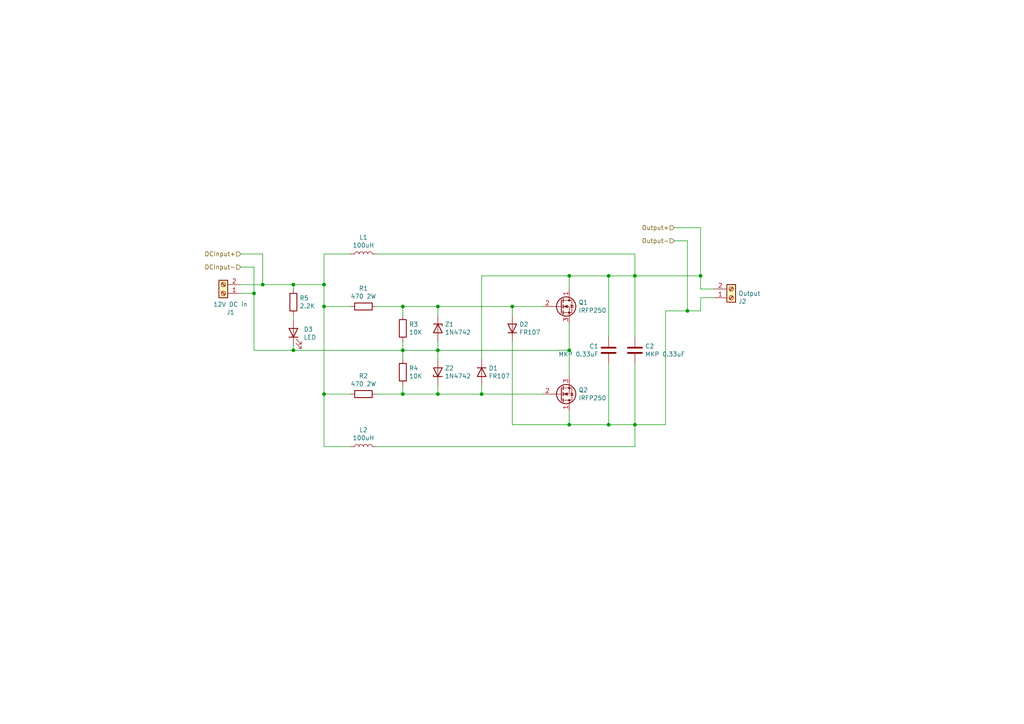
<source format=kicad_sch>
(kicad_sch (version 20211123) (generator eeschema)
  (paper "A4")
  (title_block (title "ZVS") (date "2020-01-10") (rev "1"))
  (lib_symbols
    (symbol "Connector:Screw_Terminal_01x02" (pin_names (offset 1.016) hide)
      (property "Reference" "J" (at 0 2.54 0))
      (property "Value" "Screw_Terminal_01x02" (at 0 -5.08 0))
      (symbol "Screw_Terminal_01x02_1_1"
        (rectangle (start -1.27 1.27) (end 1.27 -3.81) (stroke (width 0.254)) (fill (type background)))
        (circle (center 0 -2.54) (radius 0.635) (stroke (width 0.1524)))
        (polyline (pts (xy -0.5334 -2.2098) (xy 0.3302 -3.048)) (stroke (width 0.1524)))
        (polyline (pts (xy -0.5334 0.3302) (xy 0.3302 -0.508)) (stroke (width 0.1524)))
        (polyline (pts (xy -0.3556 -2.032) (xy 0.508 -2.8702)) (stroke (width 0.1524)))
        (polyline (pts (xy -0.3556 0.508) (xy 0.508 -0.3302)) (stroke (width 0.1524)))
        (circle (center 0 0) (radius 0.635) (stroke (width 0.1524)))
        (pin passive line (at -5.08 0 0) (length 3.81) (name "Pin_1") (number "1"))
        (pin passive line (at -5.08 -2.54 0) (length 3.81) (name "Pin_2") (number "2"))
      )
    )
    (symbol "Device:C" (pin_numbers hide) (pin_names (offset 0.254))
      (property "Reference" "C" (at 0.635 2.54 0))
      (property "Value" "C" (at 0.635 -2.54 0))
      (symbol "C_0_1"
        (polyline (pts (xy -2.032 -0.762) (xy 2.032 -0.762)) (stroke (width 0.508)))
        (polyline (pts (xy -2.032 0.762) (xy 2.032 0.762)) (stroke (width 0.508)))
      )
      (symbol "C_1_1"
        (pin passive line (at 0 3.81 270) (length 2.794) (name "~") (number "1"))
        (pin passive line (at 0 -3.81 90) (length 2.794) (name "~") (number "2"))
      )
    )
    (symbol "Device:D" (pin_numbers hide) (pin_names (offset 1.016) hide)
      (property "Reference" "D" (at 0 2.54 0))
      (property "Value" "D" (at 0 -2.54 0))
      (symbol "D_0_1"
        (polyline (pts (xy -1.27 1.27) (xy -1.27 -1.27)) (stroke (width 0.254)))
        (polyline (pts (xy 1.27 0) (xy -1.27 0)))
        (polyline (pts (xy 1.27 1.27) (xy 1.27 -1.27) (xy -1.27 0) (xy 1.27 1.27)) (stroke (width 0.254)))
      )
      (symbol "D_1_1"
        (pin passive line (at -3.81 0 0) (length 2.54) (name "K") (number "1"))
        (pin passive line (at 3.81 0 180) (length 2.54) (name "A") (number "2"))
      )
    )
    (symbol "Device:L" (pin_numbers hide) (pin_names (offset 1.016) hide)
      (property "Reference" "L" (at -1.27 0 90))
      (property "Value" "L" (at 1.905 0 90))
      (symbol "L_0_1"
        (arc (start 0 -2.54) (mid 0.635 -1.905) (end 0 -1.27))
        (arc (start 0 -1.27) (mid 0.635 -0.635) (end 0 0))
        (arc (start 0 0) (mid 0.635 0.635) (end 0 1.27))
        (arc (start 0 1.27) (mid 0.635 1.905) (end 0 2.54))
      )
      (symbol "L_1_1"
        (pin passive line (at 0 3.81 270) (length 1.27) (name "1") (number "1"))
        (pin passive line (at 0 -3.81 90) (length 1.27) (name "2") (number "2"))
      )
    )
    (symbol "Device:LED" (pin_numbers hide) (pin_names (offset 1.016) hide)
      (property "Reference" "D" (at 0 2.54 0))
      (property "Value" "LED" (at 0 -2.54 0))
      (symbol "LED_0_1"
        (polyline (pts (xy -1.27 -1.27) (xy -1.27 1.27)) (stroke (width 0.254)))
        (polyline (pts (xy -1.27 0) (xy 1.27 0)))
        (polyline (pts (xy 1.27 -1.27) (xy 1.27 1.27) (xy -1.27 0) (xy 1.27 -1.27)) (stroke (width 0.254)))
        (polyline (pts (xy -3.048 -0.762) (xy -4.572 -2.286) (xy -3.81 -2.286) (xy -4.572 -2.286) (xy -4.572 -1.524)))
        (polyline (pts (xy -1.778 -0.762) (xy -3.302 -2.286) (xy -2.54 -2.286) (xy -3.302 -2.286) (xy -3.302 -1.524)))
      )
      (symbol "LED_1_1"
        (pin passive line (at -3.81 0 0) (length 2.54) (name "K") (number "1"))
        (pin passive line (at 3.81 0 180) (length 2.54) (name "A") (number "2"))
      )
    )
    (symbol "Device:Q_NMOS_DGS" (pin_names (offset 0) hide)
      (property "Reference" "Q" (at 5.08 1.27 0))
      (property "Value" "Q_NMOS_DGS" (at 5.08 -1.27 0))
      (symbol "Q_NMOS_DGS_0_1"
        (polyline (pts (xy 0.254 0) (xy -2.54 0)))
        (polyline (pts (xy 0.254 1.905) (xy 0.254 -1.905)) (stroke (width 0.254)))
        (polyline (pts (xy 0.762 -1.27) (xy 0.762 -2.286)) (stroke (width 0.254)))
        (polyline (pts (xy 0.762 0.508) (xy 0.762 -0.508)) (stroke (width 0.254)))
        (polyline (pts (xy 0.762 2.286) (xy 0.762 1.27)) (stroke (width 0.254)))
        (polyline (pts (xy 2.54 2.54) (xy 2.54 1.778)))
        (polyline (pts (xy 2.54 -2.54) (xy 2.54 0) (xy 0.762 0)))
        (polyline (pts (xy 0.762 -1.778) (xy 3.302 -1.778) (xy 3.302 1.778) (xy 0.762 1.778)))
        (polyline (pts (xy 1.016 0) (xy 2.032 0.381) (xy 2.032 -0.381) (xy 1.016 0)) (fill (type outline)))
        (polyline (pts (xy 2.794 0.508) (xy 2.921 0.381) (xy 3.683 0.381) (xy 3.81 0.254)))
        (polyline (pts (xy 3.302 0.381) (xy 2.921 -0.254) (xy 3.683 -0.254) (xy 3.302 0.381)))
        (circle (center 1.651 0) (radius 2.794) (stroke (width 0.254)))
        (circle (center 2.54 -1.778) (radius 0.254) (fill (type outline)))
        (circle (center 2.54 1.778) (radius 0.254) (fill (type outline)))
      )
      (symbol "Q_NMOS_DGS_1_1"
        (pin passive line (at 2.54 5.08 270) (length 2.54) (name "D") (number "1"))
        (pin input line (at -5.08 0 0) (length 2.54) (name "G") (number "2"))
        (pin passive line (at 2.54 -5.08 90) (length 2.54) (name "S") (number "3"))
      )
    )
    (symbol "Device:R" (pin_numbers hide) (pin_names (offset 0))
      (property "Reference" "R" (at 2.032 0 90))
      (property "Value" "R" (at 0 0 90))
      (symbol "R_0_1"
        (rectangle (start -1.016 -2.54) (end 1.016 2.54) (stroke (width 0.254)))
      )
      (symbol "R_1_1"
        (pin passive line (at 0 3.81 270) (length 1.27) (name "~") (number "1"))
        (pin passive line (at 0 -3.81 90) (length 1.27) (name "~") (number "2"))
      )
    )
    (symbol "Diode:1N47xxA" (pin_numbers hide) (pin_names hide)
      (property "Reference" "D" (at 0 2.54 0))
      (property "Value" "1N47xxA" (at 0 -2.54 0))
      (symbol "1N47xxA_0_1"
        (polyline (pts (xy 1.27 0) (xy -1.27 0)))
        (polyline (pts (xy -1.27 -1.27) (xy -1.27 1.27) (xy -0.762 1.27)) (stroke (width 0.254)))
        (polyline (pts (xy 1.27 -1.27) (xy 1.27 1.27) (xy -1.27 0) (xy 1.27 -1.27)) (stroke (width 0.254)))
      )
      (symbol "1N47xxA_1_1"
        (pin passive line (at -3.81 0 0) (length 2.54) (name "K") (number "1"))
        (pin passive line (at 3.81 0 180) (length 2.54) (name "A") (number "2"))
      )
    )
  )
  (junction (at 127 88.9))
  (junction (at 76.2 82.55))
  (junction (at 139.7 114.3))
  (junction (at 176.53 123.19))
  (junction (at 85.09 82.55))
  (junction (at 199.39 90.17))
  (junction (at 116.84 101.6))
  (junction (at 165.1 101.6))
  (junction (at 93.98 114.3))
  (junction (at 165.1 80.01))
  (junction (at 73.66 85.09))
  (junction (at 127 114.3))
  (junction (at 116.84 114.3))
  (junction (at 203.2 80.01))
  (junction (at 165.1 123.19))
  (junction (at 176.53 80.01))
  (junction (at 93.98 88.9))
  (junction (at 184.15 80.01))
  (junction (at 127 101.6))
  (junction (at 93.98 82.55))
  (junction (at 184.15 123.19))
  (junction (at 116.84 88.9))
  (junction (at 148.59 88.9))
  (junction (at 85.09 101.6))
  (wire (pts (xy 203.2 86.36) (xy 203.2 90.17)))
  (wire (pts (xy 85.09 83.82) (xy 85.09 82.55)))
  (wire (pts (xy 165.1 123.19) (xy 176.53 123.19)))
  (wire (pts (xy 148.59 99.06) (xy 148.59 123.19)))
  (wire (pts (xy 109.22 114.3) (xy 116.84 114.3)))
  (wire (pts (xy 116.84 114.3) (xy 116.84 111.76)))
  (wire (pts (xy 93.98 73.66) (xy 101.6 73.66)))
  (wire (pts (xy 184.15 73.66) (xy 184.15 80.01)))
  (wire (pts (xy 207.01 83.82) (xy 203.2 83.82)))
  (wire (pts (xy 69.85 73.66) (xy 76.2 73.66)))
  (wire (pts (xy 85.09 82.55) (xy 93.98 82.55)))
  (wire (pts (xy 203.2 83.82) (xy 203.2 80.01)))
  (wire (pts (xy 116.84 99.06) (xy 116.84 101.6)))
  (wire (pts (xy 165.1 80.01) (xy 165.1 83.82)))
  (wire (pts (xy 184.15 129.54) (xy 184.15 123.19)))
  (wire (pts (xy 184.15 105.41) (xy 184.15 123.19)))
  (wire (pts (xy 139.7 114.3) (xy 139.7 111.76)))
  (wire (pts (xy 199.39 90.17) (xy 203.2 90.17)))
  (wire (pts (xy 116.84 101.6) (xy 116.84 104.14)))
  (wire (pts (xy 176.53 80.01) (xy 184.15 80.01)))
  (wire (pts (xy 116.84 101.6) (xy 127 101.6)))
  (wire (pts (xy 203.2 86.36) (xy 207.01 86.36)))
  (wire (pts (xy 165.1 123.19) (xy 165.1 119.38)))
  (wire (pts (xy 148.59 91.44) (xy 148.59 88.9)))
  (wire (pts (xy 127 101.6) (xy 165.1 101.6)))
  (wire (pts (xy 203.2 80.01) (xy 203.2 66.04)))
  (wire (pts (xy 69.85 85.09) (xy 73.66 85.09)))
  (wire (pts (xy 195.58 66.04) (xy 203.2 66.04)))
  (wire (pts (xy 184.15 80.01) (xy 203.2 80.01)))
  (wire (pts (xy 176.53 97.79) (xy 176.53 80.01)))
  (wire (pts (xy 127 88.9) (xy 127 91.44)))
  (wire (pts (xy 109.22 129.54) (xy 184.15 129.54)))
  (wire (pts (xy 93.98 114.3) (xy 101.6 114.3)))
  (wire (pts (xy 165.1 80.01) (xy 176.53 80.01)))
  (wire (pts (xy 176.53 105.41) (xy 176.53 123.19)))
  (wire (pts (xy 85.09 100.33) (xy 85.09 101.6)))
  (wire (pts (xy 148.59 88.9) (xy 127 88.9)))
  (wire (pts (xy 85.09 101.6) (xy 116.84 101.6)))
  (wire (pts (xy 93.98 88.9) (xy 93.98 114.3)))
  (wire (pts (xy 109.22 88.9) (xy 116.84 88.9)))
  (wire (pts (xy 139.7 104.14) (xy 139.7 80.01)))
  (wire (pts (xy 93.98 114.3) (xy 93.98 129.54)))
  (wire (pts (xy 76.2 73.66) (xy 76.2 82.55)))
  (wire (pts (xy 116.84 88.9) (xy 127 88.9)))
  (wire (pts (xy 193.04 90.17) (xy 193.04 123.19)))
  (wire (pts (xy 148.59 123.19) (xy 165.1 123.19)))
  (wire (pts (xy 165.1 109.22) (xy 165.1 101.6)))
  (wire (pts (xy 93.98 88.9) (xy 101.6 88.9)))
  (wire (pts (xy 93.98 88.9) (xy 93.98 82.55)))
  (wire (pts (xy 85.09 91.44) (xy 85.09 92.71)))
  (wire (pts (xy 176.53 123.19) (xy 184.15 123.19)))
  (wire (pts (xy 93.98 129.54) (xy 101.6 129.54)))
  (wire (pts (xy 193.04 90.17) (xy 199.39 90.17)))
  (wire (pts (xy 93.98 82.55) (xy 93.98 73.66)))
  (wire (pts (xy 165.1 101.6) (xy 165.1 93.98)))
  (wire (pts (xy 69.85 82.55) (xy 76.2 82.55)))
  (wire (pts (xy 127 101.6) (xy 127 104.14)))
  (wire (pts (xy 116.84 88.9) (xy 116.84 91.44)))
  (wire (pts (xy 116.84 114.3) (xy 127 114.3)))
  (wire (pts (xy 157.48 88.9) (xy 148.59 88.9)))
  (wire (pts (xy 127 114.3) (xy 139.7 114.3)))
  (wire (pts (xy 73.66 77.47) (xy 73.66 85.09)))
  (wire (pts (xy 127 114.3) (xy 127 111.76)))
  (wire (pts (xy 157.48 114.3) (xy 139.7 114.3)))
  (wire (pts (xy 73.66 85.09) (xy 73.66 101.6)))
  (wire (pts (xy 69.85 77.47) (xy 73.66 77.47)))
  (wire (pts (xy 73.66 101.6) (xy 85.09 101.6)))
  (wire (pts (xy 195.58 69.85) (xy 199.39 69.85)))
  (wire (pts (xy 127 99.06) (xy 127 101.6)))
  (wire (pts (xy 184.15 97.79) (xy 184.15 80.01)))
  (wire (pts (xy 85.09 82.55) (xy 76.2 82.55)))
  (wire (pts (xy 139.7 80.01) (xy 165.1 80.01)))
  (wire (pts (xy 184.15 123.19) (xy 193.04 123.19)))
  (wire (pts (xy 199.39 69.85) (xy 199.39 90.17)))
  (wire (pts (xy 109.22 73.66) (xy 184.15 73.66)))
  (hierarchical_label "Output-" (shape input) (at 195.58 69.85 180))
  (hierarchical_label "DCInput+" (shape input) (at 69.85 73.66 180))
  (hierarchical_label "DCInput-" (shape input) (at 69.85 77.47 180))
  (hierarchical_label "Output+" (shape input) (at 195.58 66.04 180))
  (symbol (lib_id "Connector:Screw_Terminal_01x02") (at 64.77 85.09 180) (unit 1)
    (property "Reference" "J1" (at 66.8528 90.6018 0))
    (property "Value" "12V DC in" (at 66.8528 88.2904 0))
    (property "Footprint" "TerminalBlock:TerminalBlock_bornier-2_P5.08mm" (effects hide))
  )
  (symbol (lib_id "Connector:Screw_Terminal_01x02") (at 212.09 86.36 0) (mirror x) (unit 1)
    (property "Reference" "J2" (at 214.122 87.4268 0) (effects (justify left)))
    (property "Value" "Output" (at 214.122 85.1154 0) (effects (justify left)))
    (property "Footprint" "TerminalBlock:TerminalBlock_bornier-2_P5.08mm" (effects hide))
  )
  (symbol (lib_id "Device:L") (at 105.41 73.66 90) (unit 1)
    (property "Reference" "L1" (at 105.41 68.834 90))
    (property "Value" "100uH" (at 105.41 71.1454 90))
    (property "Footprint" "Inductor_THT:L_Toroid_Vertical_L26.7mm_W14.0mm_P10.16mm_Pulse_D" (effects hide))
  )
  (symbol (lib_id "Device:R") (at 105.41 88.9 270) (unit 1)
    (property "Reference" "R1" (at 105.41 83.6422 90))
    (property "Value" "470 2W" (at 105.41 85.9536 90))
    (property "Footprint" "Resistor_THT:R_Axial_DIN0614_L14.3mm_D5.7mm_P20.32mm_Horizontal" (effects hide))
  )
  (symbol (lib_id "Device:R") (at 105.41 114.3 270) (unit 1)
    (property "Reference" "R2" (at 105.41 109.0422 90))
    (property "Value" "470 2W" (at 105.41 111.3536 90))
    (property "Footprint" "Resistor_THT:R_Axial_DIN0614_L14.3mm_D5.7mm_P20.32mm_Horizontal" (effects hide))
  )
  (symbol (lib_id "Device:R") (at 116.84 95.25 0) (unit 1)
    (property "Reference" "R3" (at 118.618 94.0816 0) (effects (justify left)))
    (property "Value" "10K" (at 118.618 96.393 0) (effects (justify left)))
    (property "Footprint" "Resistor_THT:R_Axial_DIN0207_L6.3mm_D2.5mm_P7.62mm_Horizontal" (effects hide))
  )
  (symbol (lib_id "Device:R") (at 116.84 107.95 0) (unit 1)
    (property "Reference" "R4" (at 118.618 106.7816 0) (effects (justify left)))
    (property "Value" "10K" (at 118.618 109.093 0) (effects (justify left)))
    (property "Footprint" "Resistor_THT:R_Axial_DIN0207_L6.3mm_D2.5mm_P7.62mm_Horizontal" (effects hide))
  )
  (symbol (lib_id "Diode:1N47xxA") (at 127 95.25 270) (unit 1)
    (property "Reference" "Z1" (at 129.0066 94.0816 90) (effects (justify left)))
    (property "Value" "1N4742" (at 129.0066 96.393 90) (effects (justify left)))
    (property "Footprint" "Diode_THT:D_DO-41_SOD81_P7.62mm_Horizontal" (effects hide))
    (property "Datasheet" "https://www.vishay.com/docs/85816/1n4728a.pdf" (effects hide))
  )
  (symbol (lib_id "Diode:1N47xxA") (at 127 107.95 90) (unit 1)
    (property "Reference" "Z2" (at 129.0066 106.7816 90) (effects (justify right)))
    (property "Value" "1N4742" (at 129.0066 109.093 90) (effects (justify right)))
    (property "Footprint" "Diode_THT:D_DO-41_SOD81_P7.62mm_Horizontal" (effects hide))
    (property "Datasheet" "https://www.vishay.com/docs/85816/1n4728a.pdf" (effects hide))
  )
  (symbol (lib_id "Device:D") (at 139.7 107.95 270) (unit 1)
    (property "Reference" "D1" (at 141.7066 106.7816 90) (effects (justify left)))
    (property "Value" "FR107" (at 141.7066 109.093 90) (effects (justify left)))
    (property "Footprint" "Diode_THT:D_DO-35_SOD27_P7.62mm_Horizontal" (effects hide))
  )
  (symbol (lib_id "Device:D") (at 148.59 95.25 90) (unit 1)
    (property "Reference" "D2" (at 150.5966 94.0816 90) (effects (justify right)))
    (property "Value" "FR107" (at 150.5966 96.393 90) (effects (justify right)))
    (property "Footprint" "Diode_THT:D_DO-35_SOD27_P7.62mm_Horizontal" (effects hide))
  )
  (symbol (lib_id "Device:Q_NMOS_DGS") (at 162.56 88.9 0) (unit 1)
    (property "Reference" "Q1" (at 167.7924 87.7316 0) (effects (justify left)))
    (property "Value" "IRFP250" (at 167.7924 90.043 0) (effects (justify left)))
    (property "Footprint" "Package_TO_SOT_THT:TO-247-3_Vertical" (effects hide))
  )
  (symbol (lib_id "Device:Q_NMOS_DGS") (at 162.56 114.3 0) (mirror x) (unit 1)
    (property "Reference" "Q2" (at 167.7924 113.1316 0) (effects (justify left)))
    (property "Value" "IRFP250" (at 167.7924 115.443 0) (effects (justify left)))
    (property "Footprint" "Package_TO_SOT_THT:TO-247-3_Vertical" (effects hide))
  )
  (symbol (lib_id "Device:C") (at 176.53 101.6 0) (mirror y) (unit 1)
    (property "Reference" "C1" (at 173.609 100.4316 0) (effects (justify left)))
    (property "Value" "MKP 0.33uF" (at 173.609 102.743 0) (effects (justify left)))
    (property "Footprint" "Capacitor_THT:C_Rect_L33.0mm_W13.0mm_P27.50mm_MKS4" (effects hide))
  )
  (symbol (lib_id "Device:C") (at 184.15 101.6 0) (unit 1)
    (property "Reference" "C2" (at 187.071 100.4316 0) (effects (justify left)))
    (property "Value" "MKP 0.33uF" (at 187.071 102.743 0) (effects (justify left)))
    (property "Footprint" "Capacitor_THT:C_Rect_L33.0mm_W13.0mm_P27.50mm_MKS4" (effects hide))
  )
  (symbol (lib_id "Device:L") (at 105.41 129.54 90) (unit 1)
    (property "Reference" "L2" (at 105.41 124.714 90))
    (property "Value" "100uH" (at 105.41 127.0254 90))
    (property "Footprint" "Inductor_THT:L_Toroid_Vertical_L26.7mm_W14.0mm_P10.16mm_Pulse_D" (effects hide))
  )
  (symbol (lib_id "Device:R") (at 85.09 87.63 0) (unit 1)
    (property "Reference" "R5" (at 86.868 86.4616 0) (effects (justify left)))
    (property "Value" "2.2K" (at 86.868 88.773 0) (effects (justify left)))
    (property "Footprint" "Resistor_THT:R_Axial_DIN0207_L6.3mm_D2.5mm_P7.62mm_Horizontal" (effects hide))
  )
  (symbol (lib_id "Device:LED") (at 85.09 96.52 90) (unit 1)
    (property "Reference" "D3" (at 88.0618 95.5294 90) (effects (justify right)))
    (property "Value" "LED" (at 88.0618 97.8408 90) (effects (justify right)))
    (property "Footprint" "LED_THT:LED_D3.0mm_FlatTop" (effects hide))
  )
)
</source>
